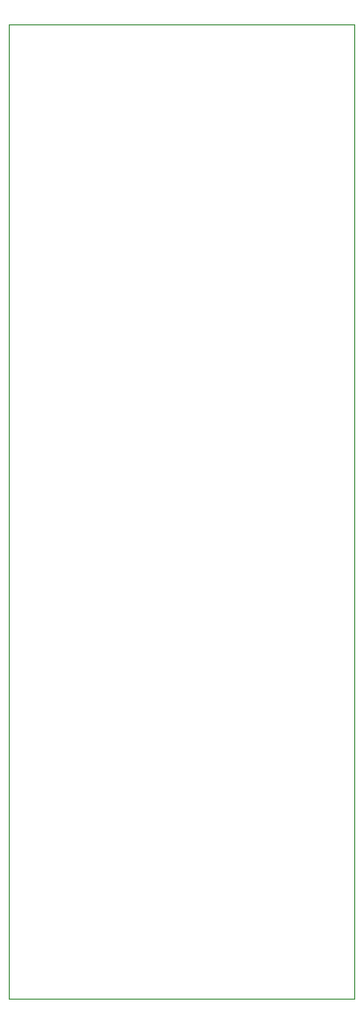
<source format=gbr>
%TF.GenerationSoftware,KiCad,Pcbnew,5.1.9-73d0e3b20d~88~ubuntu20.04.1*%
%TF.CreationDate,2021-03-02T17:38:50-05:00*%
%TF.ProjectId,MFOS_VCLFO_aux,4d464f53-5f56-4434-9c46-4f5f6175782e,rev?*%
%TF.SameCoordinates,Original*%
%TF.FileFunction,Profile,NP*%
%FSLAX46Y46*%
G04 Gerber Fmt 4.6, Leading zero omitted, Abs format (unit mm)*
G04 Created by KiCad (PCBNEW 5.1.9-73d0e3b20d~88~ubuntu20.04.1) date 2021-03-02 17:38:50*
%MOMM*%
%LPD*%
G01*
G04 APERTURE LIST*
%TA.AperFunction,Profile*%
%ADD10C,0.100000*%
%TD*%
G04 APERTURE END LIST*
D10*
X95750000Y-142350000D02*
X95750000Y-57750000D01*
X125750000Y-142350000D02*
X95750000Y-142350000D01*
X125750000Y-57750000D02*
X125750000Y-142350000D01*
X95750000Y-57750000D02*
X125750000Y-57750000D01*
M02*

</source>
